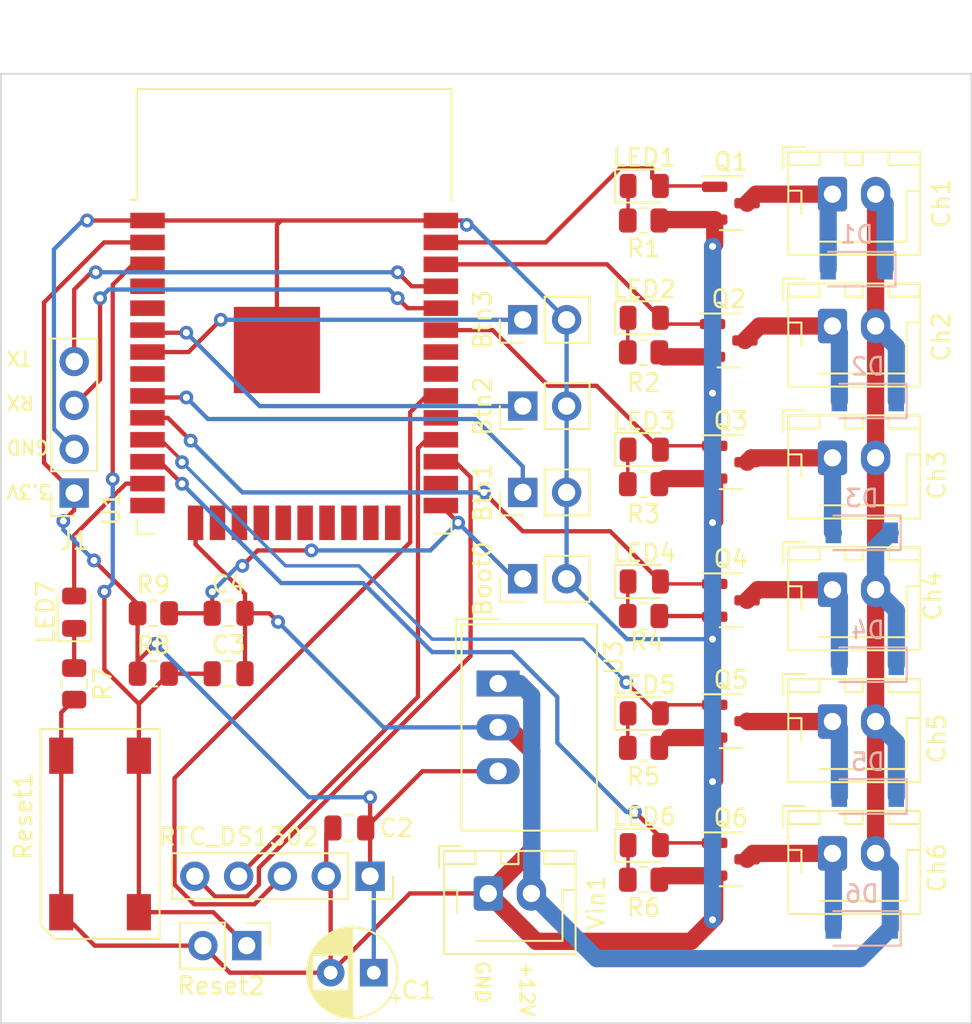
<source format=kicad_pcb>
(kicad_pcb (version 20221018) (generator pcbnew)
  (layers (0 "F.Cu" signal) (31 "B.Cu" signal) (34 "B.Paste" user) (35 "F.Paste" user) (36 "B.SilkS" user "B.Silkscreen") (37 "F.SilkS" user "F.Silkscreen") (38 "B.Mask" user) (39 "F.Mask" user) (44 "Edge.Cuts" user))
  (net 0 "")
  (net 1 "IO0")
  (net 2 "GND")
  (net 3 "Btn1")
  (net 4 "Btn2")
  (net 5 "Btn3")
  (net 6 "+3.3V")
  (net 7 "EN")
  (net 8 "Net-(Ch1-Pin_1)")
  (net 9 "+12V")
  (net 10 "Net-(Ch2-Pin_1)")
  (net 11 "Net-(Ch3-Pin_1)")
  (net 12 "Net-(Ch4-Pin_1)")
  (net 13 "Net-(Ch5-Pin_1)")
  (net 14 "Net-(Ch6-Pin_1)")
  (net 15 "O2")
  (net 16 "O3")
  (net 17 "O1")
  (net 18 "O4")
  (net 19 "LED")
  (net 20 "O5")
  (net 21 "O6")
  (net 22 "ESP_RX")
  (net 23 "ESP_TX")
  (net 24 "RTC_CLK")
  (net 25 "RTC_DAT")
  (net 26 "RTC_RST")
  (net 44 "Net-(LED1-K)")
  (net 45 "Net-(LED2-K)")
  (net 46 "Net-(LED3-K)")
  (net 47 "Net-(LED4-K)")
  (net 48 "Net-(LED5-K)")
  (net 49 "Net-(LED6-K)")
  (net 50 "Net-(LED7-K)")
  (footprint "Package_TO_SOT_SMD:SOT-23" (layer "F.Cu") (at 205.0625 69)
    (fp_text reference "Q5")
    (fp_text value "IRLML0030")
  )
  (footprint "LED_SMD:LED_0805_2012Metric" (layer "F.Cu") (at 200.04 68.545448)
    (fp_text reference "LED5")
    (fp_text value "LED")
  )
  (footprint "Connector_JST:JST_XH_B2B-XH-AM_1x02_P2.50mm_Vertical" (layer "F.Cu") (at 210.95 61.384086)
    (fp_text reference "Ch4")
    (fp_text value "Conn_01x02_Pin")
  )
  (footprint "Capacitor_THT:CP_Radial_D5.0mm_P2.50mm" (layer "F.Cu") (at 184.364 83.566 180)
    (fp_text reference "C1")
    (fp_text value "22u")
  )
  (footprint "LED_SMD:LED_0805_2012Metric" (layer "F.Cu") (at 200.04 53.272724)
    (fp_text reference "LED3")
    (fp_text value "LED")
  )
  (footprint "Resistor_SMD:R_0805_2012Metric" (layer "F.Cu") (at 200 47.636362)
    (fp_text reference "R2")
    (fp_text value "270")
  )
  (footprint "Connector_JST:JST_XH_B2B-XH-AM_1x02_P2.50mm_Vertical" (layer "F.Cu") (at 210.95 38.475)
    (fp_text reference "Ch1")
    (fp_text value "Conn_01x02_Pin")
  )
  (footprint "Package_TO_SOT_SMD:SOT-23" (layer "F.Cu") (at 204.9375 46.95)
    (fp_text reference "Q2")
    (fp_text value "IRLML0030")
  )
  (footprint "Package_TO_SOT_SMD:SOT-23" (layer "F.Cu") (at 205.0625 54)
    (fp_text reference "Q3")
    (fp_text value "IRLML0030")
  )
  (footprint "Connector_JST:JST_XH_B2B-XH-AM_1x02_P2.50mm_Vertical" (layer "F.Cu") (at 191 78.975)
    (fp_text reference "Vin1")
    (fp_text value "Vin")
  )
  (footprint "Resistor_SMD:R_0805_2012Metric" (layer "F.Cu") (at 171.5875 66.25)
    (fp_text reference "R8")
    (fp_text value "10k")
  )
  (footprint "Capacitor_SMD:C_0805_2012Metric" (layer "F.Cu") (at 182.946 75.184 180)
    (fp_text reference "C2")
    (fp_text value "100n")
  )
  (footprint "LED_SMD:LED_0805_2012Metric" (layer "F.Cu") (at 200.04 38)
    (fp_text reference "LED1")
    (fp_text value "LED")
  )
  (footprint "LED_SMD:LED_0805_2012Metric" (layer "F.Cu") (at 200.04 76.18181)
    (fp_text reference "LED6")
    (fp_text value "LED")
  )
  (footprint "LED_SMD:LED_0805_2012Metric" (layer "F.Cu") (at 200.04 60.909086)
    (fp_text reference "LED4")
    (fp_text value "LED")
  )
  (footprint "Connector_PinHeader_2.54mm:PinHeader_1x02_P2.54mm_Vertical" (layer "F.Cu") (at 177 82 -90)
    (fp_text reference "Reset2")
    (fp_text value "Reset")
  )
  (footprint "Connector_PinHeader_2.54mm:PinHeader_1x02_P2.54mm_Vertical" (layer "F.Cu") (at 193 45.75 90)
    (fp_text reference "Btn3")
    (fp_text value "Conn_01x02_Pin")
  )
  (footprint "Connector_JST:JST_XH_B2B-XH-AM_1x02_P2.50mm_Vertical" (layer "F.Cu") (at 210.95 76.65681)
    (fp_text reference "Ch6")
    (fp_text value "Conn_01x02_Pin" hide)
  )
  (footprint "RF_Module:ESP32-WROOM-32" (layer "F.Cu") (at 179.75 48.255)
    (fp_text reference "U1")
    (fp_text value "ESP32-WROOM-32")
  )
  (footprint "Resistor_SMD:R_0805_2012Metric" (layer "F.Cu") (at 200 55.272724)
    (fp_text reference "R3")
    (fp_text value "270")
  )
  (footprint "Package_TO_SOT_SMD:SOT-23" (layer "F.Cu") (at 205.0625 39)
    (fp_text reference "Q1")
    (fp_text value "IRLML0030")
  )
  (footprint "LED_SMD:LED_0805_2012Metric" (layer "F.Cu") (at 167 62.6875 90)
    (fp_text reference "LED7")
    (fp_text value "LED")
  )
  (footprint "Resistor_SMD:R_0805_2012Metric" (layer "F.Cu") (at 167 66.8375 -90)
    (fp_text reference "R7")
    (fp_text value "270")
  )
  (footprint "Connector_PinSocket_2.54mm:PinSocket_1x05_P2.54mm_Vertical" (layer "F.Cu") (at 184.15 77.978 -90)
    (fp_text reference "RTC_DS1302")
    (fp_text value "Conn_01x05" hide)
  )
  (footprint "Connector_PinHeader_2.54mm:PinHeader_1x02_P2.54mm_Vertical" (layer "F.Cu") (at 193 50.75 90)
    (fp_text reference "Btn2")
    (fp_text value "Conn_01x02_Pin")
  )
  (footprint "Capacitor_SMD:C_0805_2012Metric" (layer "F.Cu") (at 175.95 66.25)
    (fp_text reference "C3")
    (fp_text value "100n")
  )
  (footprint "Connector_PinHeader_2.54mm:PinHeader_1x02_P2.54mm_Vertical" (layer "F.Cu") (at 193 55.75 90)
    (fp_text reference "Btn1")
    (fp_text value "Conn_01x02_Pin")
  )
  (footprint "Capacitor_SMD:C_0805_2012Metric" (layer "F.Cu") (at 175.95 62.75)
    (fp_text reference "C4")
    (fp_text value "100n")
  )
  (footprint "Connector_PinSocket_2.54mm:PinSocket_1x04_P2.54mm_Vertical" (layer "F.Cu") (at 167 55.79 180)
    (fp_text reference "J1")
    (fp_text value "UART")
  )
  (footprint "Resistor_SMD:R_0805_2012Metric" (layer "F.Cu") (at 171.5875 62.75)
    (fp_text reference "R9")
    (fp_text value "10k")
  )
  (footprint "Package_TO_SOT_SMD:SOT-23" (layer "F.Cu") (at 205.0625 62)
    (fp_text reference "Q4")
    (fp_text value "IRLML0030")
  )
  (footprint "Connector_JST:JST_XH_B2B-XH-AM_1x02_P2.50mm_Vertical" (layer "F.Cu") (at 210.95 69.020448)
    (fp_text reference "Ch5")
    (fp_text value "Conn_01x02_Pin" hide)
  )
  (footprint "Package_TO_SOT_SMD:SOT-23" (layer "F.Cu") (at 205.0625 77)
    (fp_text reference "Q6")
    (fp_text value "IRLML0030")
  )
  (footprint "footprints:Reichelt 9315" (layer "F.Cu") (at 168.5 74.5)
    (fp_text reference "Reset1")
    (fp_text value "Reset")
  )
  (footprint "Connector_JST:JST_XH_B2B-XH-AM_1x02_P2.50mm_Vertical" (layer "F.Cu") (at 210.95 53.747724)
    (fp_text reference "Ch3")
    (fp_text value "Conn_01x02_Pin")
  )
  (footprint "Resistor_SMD:R_0805_2012Metric" (layer "F.Cu") (at 200 40)
    (fp_text reference "R1")
    (fp_text value "270")
  )
  (footprint "Connector_PinHeader_2.54mm:PinHeader_1x02_P2.54mm_Vertical" (layer "F.Cu") (at 193 60.75 90)
    (fp_text reference "Boot0")
    (fp_text value "IO0")
  )
  (footprint "LED_SMD:LED_0805_2012Metric" (layer "F.Cu") (at 200.04 45.636362)
    (fp_text reference "LED2")
    (fp_text value "LED")
  )
  (footprint "Converter_DCDC:Converter_DCDC_TRACO_TSR-1_THT" (layer "F.Cu") (at 191.5675 66.8175 -90)
    (fp_text reference "U3")
    (fp_text value "TSR_1-2433")
  )
  (footprint "Connector_JST:JST_XH_B2B-XH-AM_1x02_P2.50mm_Vertical" (layer "F.Cu") (at 210.95 46.111362)
    (fp_text reference "Ch2")
    (fp_text value "Conn_01x02_Pin")
  )
  (footprint "Resistor_SMD:R_0805_2012Metric" (layer "F.Cu") (at 200 78.18181)
    (fp_text reference "R6")
    (fp_text value "270")
  )
  (footprint "Resistor_SMD:R_0805_2012Metric" (layer "F.Cu") (at 200 62.909086)
    (fp_text reference "R4")
    (fp_text value "270")
  )
  (footprint "Resistor_SMD:R_0805_2012Metric" (layer "F.Cu") (at 200 70.545448)
    (fp_text reference "R5")
    (fp_text value "270")
  )
  (footprint "Diode_SMD:D_SOD-123" (layer "B.Cu") (at 213 50.454543 180)
    (fp_text reference "D2")
    (fp_text value "D")
  )
  (footprint "Diode_SMD:D_SOD-123" (layer "B.Cu") (at 212.65 58.090905 180)
    (fp_text reference "D3")
    (fp_text value "D")
  )
  (footprint "Diode_SMD:D_SOD-123" (layer "B.Cu") (at 213 65.727267 180)
    (fp_text reference "D4")
    (fp_text value "D")
  )
  (footprint "Diode_SMD:D_SOD-123" (layer "B.Cu") (at 213 73.363629 180)
    (fp_text reference "D5")
    (fp_text value "D")
  )
  (footprint "Diode_SMD:D_SOD-123" (layer "B.Cu") (at 212.35 42.818181 180)
    (fp_text reference "D1")
    (fp_text value "D")
  )
  (footprint "Diode_SMD:D_SOD-123" (layer "B.Cu") (at 212.65 80.999991 180)
    (fp_text reference "D6")
    (fp_text value "D")
  )
  (gr_rect (start 162.75 31.5) (end 219 86.5) (stroke (width 0.1)) (fill none) (layer "Edge.Cuts"))
  (gr_text "+12V\n\nGND" (at 190.2 82.8 -90) (layer "F.SilkS") (effects (font (size 0.8 0.8)) (justify left bottom)))
  (gr_text "3.3V\n\nGND\n\nRX\n\nTX" (at 163 47.5 180) (layer "F.SilkS") (effects (font (size 0.8 0.8)) (justify right bottom)))
  (segment (start 175 61.5) (end 175 62.75) (width 0.25) (layer "F.Cu") (net 1))
  (segment (start 188.26 56.51) (end 189.25 57.5) (width 0.25) (layer "F.Cu") (net 1))
  (segment (start 177.640498 59.109502) (end 176.75 60) (width 0.25) (layer "F.Cu") (net 1))
  (segment (start 180.75 59.109502) (end 177.640498 59.109502) (width 0.25) (layer "F.Cu") (net 1))
  (segment (start 175 62.75) (end 172.5 62.75) (width 0.25) (layer "F.Cu") (net 1))
  (segment (start 188.25 56.51) (end 188.26 56.51) (width 0.25) (layer "F.Cu") (net 1))
  (via (at 175 61.5) (size 0.8) (drill 0.4) (layers "F.Cu" "B.Cu") (net 1))
  (via (at 176.75 60) (size 0.8) (drill 0.4) (layers "F.Cu" "B.Cu") (net 1))
  (via (at 180.75 59.109502) (size 0.8) (drill 0.4) (layers "F.Cu" "B.Cu") (net 1))
  (via (at 189.25 57.5) (size 0.8) (drill 0.4) (layers "F.Cu" "B.Cu") (net 1))
  (segment (start 192.5 60.75) (end 193 60.75) (width 0.25) (layer "B.Cu") (net 1))
  (segment (start 176.5 60) (end 175 61.5) (width 0.25) (layer "B.Cu") (net 1))
  (segment (start 176.75 60) (end 176.5 60) (width 0.25) (layer "B.Cu") (net 1))
  (segment (start 189.25 57.5) (end 187.640498 59.109502) (width 0.25) (layer "B.Cu") (net 1))
  (segment (start 189.25 57.5) (end 192.5 60.75) (width 0.25) (layer "B.Cu") (net 1))
  (segment (start 187.640498 59.109502) (end 180.75 59.109502) (width 0.25) (layer "B.Cu") (net 1))
  (segment (start 204.125 72.375) (end 204 72.5) (width 1) (layer "F.Cu") (net 2))
  (segment (start 167.75 40) (end 171.25 40) (width 0.25) (layer "F.Cu") (net 2))
  (segment (start 191 78.975) (end 193.5175 76.4575) (width 1) (layer "F.Cu") (net 2))
  (segment (start 181.61 75.57) (end 181.996 75.184) (width 0.25) (layer "F.Cu") (net 2))
  (segment (start 176.9 62.75) (end 176.9 66.25) (width 0.25) (layer "F.Cu") (net 2))
  (segment (start 204 47.9) (end 204 50) (width 1) (layer "F.Cu") (net 2))
  (segment (start 201.176138 47.9) (end 200.9125 47.636362) (width 1) (layer "F.Cu") (net 2))
  (segment (start 171.25 40) (end 179 40) (width 0.25) (layer "F.Cu") (net 2))
  (segment (start 204 80.5) (end 202.75 81.75) (width 1) (layer "F.Cu") (net 2))
  (segment (start 167 67.75) (end 166.25 68.5) (width 0.25) (layer "F.Cu") (net 2))
  (segment (start 181.864 83.566) (end 186.455 78.975) (width 0.25) (layer "F.Cu") (net 2))
  (segment (start 204.125 77.95) (end 201.14431 77.95) (width 1) (layer "F.Cu") (net 2))
  (segment (start 202.75 81.75) (end 193.775 81.75) (width 1) (layer "F.Cu") (net 2))
  (segment (start 193.5175 70.7175) (end 192.1575 69.3575) (width 1) (layer "F.Cu") (net 2))
  (segment (start 201.235224 54.95) (end 200.9125 55.272724) (width 1) (layer "F.Cu") (net 2))
  (segment (start 204.125 39.95) (end 200.9625 39.95) (width 1) (layer "F.Cu") (net 2))
  (segment (start 201.14431 77.95) (end 200.9125 78.18181) (width 1) (layer "F.Cu") (net 2))
  (segment (start 166.25 68.5) (end 166.25 71) (width 0.25) (layer "F.Cu") (net 2))
  (segment (start 189.5 40) (end 189.75 40.25) (width 0.25) (layer "F.Cu") (net 2))
  (segment (start 204.125 39.95) (end 204.125 41.375) (width 1) (layer "F.Cu") (net 2))
  (segment (start 201.507948 69.95) (end 200.9125 70.545448) (width 0.2) (layer "F.Cu") (net 2))
  (segment (start 179 40) (end 188.25 40) (width 0.25) (layer "F.Cu") (net 2))
  (segment (start 186.455 78.975) (end 191 78.975) (width 0.25) (layer "F.Cu") (net 2))
  (segment (start 166.25 80.062) (end 166.25 71) (width 0.25) (layer "F.Cu") (net 2))
  (segment (start 179 40) (end 178.75 40.25) (width 0.25) (layer "F.Cu") (net 2))
  (segment (start 176.026 83.566) (end 181.864 83.566) (width 0.25) (layer "F.Cu") (net 2))
  (segment (start 174.46 82) (end 168.188 82) (width 0.25) (layer "F.Cu") (net 2))
  (segment (start 174.035 57.51) (end 174.035 58.76) (width 0.25) (layer "F.Cu") (net 2))
  (segment (start 204.125 54.95) (end 204.125 57.375) (width 1) (layer "F.Cu") (net 2))
  (segment (start 204 47.9) (end 201.176138 47.9) (width 1) (layer "F.Cu") (net 2))
  (segment (start 204.125 54.95) (end 201.235224 54.95) (width 1) (layer "F.Cu") (net 2))
  (segment (start 176.9 62.75) (end 178.32 62.75) (width 0.25) (layer "F.Cu") (net 2))
  (segment (start 174.46 82) (end 176.026 83.566) (width 0.25) (layer "F.Cu") (net 2))
  (segment (start 204.125 62.95) (end 204.125 64.125) (width 0.25) (layer "F.Cu") (net 2))
  (segment (start 193.5175 76.4575) (end 193.5175 70.7175) (width 1) (layer "F.Cu") (net 2))
  (segment (start 204.125 69.95) (end 204.125 72.375) (width 1) (layer "F.Cu") (net 2))
  (segment (start 176.9 61.625) (end 176.9 62.75) (width 0.25) (layer "F.Cu") (net 2))
  (segment (start 168.188 82) (end 166.25 80.062) (width 0.25) (layer "F.Cu") (net 2))
  (segment (start 174.035 58.76) (end 176.9 61.625) (width 0.25) (layer "F.Cu") (net 2))
  (segment (start 178.32 62.75) (end 178.816 63.246) (width 0.25) (layer "F.Cu") (net 2))
  (segment (start 181.864 78.232) (end 181.61 77.978) (width 0.25) (layer "F.Cu") (net 2))
  (segment (start 204.125 80.375) (end 204 80.5) (width 1) (layer "F.Cu") (net 2))
  (segment (start 204.125 57.375) (end 204 57.5) (width 1) (layer "F.Cu") (net 2))
  (segment (start 192.1575 69.3575) (end 191.5675 69.3575) (width 1) (layer "F.Cu") (net 2))
  (segment (start 181.864 83.566) (end 181.864 78.232) (width 0.25) (layer "F.Cu") (net 2))
  (segment (start 204.084086 62.909086) (end 204.125 62.95) (width 0.25) (layer "F.Cu") (net 2))
  (segment (start 188.25 40) (end 189.5 40) (width 0.25) (layer "F.Cu") (net 2))
  (segment (start 204.125 77.95) (end 204.125 80.375) (width 1) (layer "F.Cu") (net 2))
  (segment (start 178.75 40.25) (end 178.75 47.5) (width 0.25) (layer "F.Cu") (net 2))
  (segment (start 204.125 64.125) (end 204 64.25) (width 0.25) (layer "F.Cu") (net 2))
  (segment (start 193.775 81.75) (end 191 78.975) (width 1) (layer "F.Cu") (net 2))
  (segment (start 200.9625 39.95) (end 200.9125 40) (width 0.2) (layer "F.Cu") (net 2))
  (segment (start 204.125 41.375) (end 204 41.5) (width 1) (layer "F.Cu") (net 2))
  (segment (start 200.9125 62.909086) (end 204.084086 62.909086) (width 0.25) (layer "F.Cu") (net 2))
  (segment (start 204.125 69.95) (end 201.507948 69.95) (width 1) (layer "F.Cu") (net 2))
  (segment (start 181.61 77.978) (end 181.61 75.57) (width 0.25) (layer "F.Cu") (net 2))
  (via (at 204 41.5) (size 0.8) (drill 0.4) (layers "F.Cu" "B.Cu") (net 2))
  (via (at 167.75 40) (size 0.8) (drill 0.4) (layers "F.Cu" "B.Cu") (net 2))
  (via (at 178.816 63.246) (size 0.8) (drill 0.4) (layers "F.Cu" "B.Cu") (net 2))
  (via (at 204 80.5) (size 0.8) (drill 0.4) (layers "F.Cu" "B.Cu") (net 2))
  (via (at 204 57.5) (size 0.8) (drill 0.4) (layers "F.Cu" "B.Cu") (net 2))
  (via (at 189.75 40.25) (size 0.8) (drill 0.4) (layers "F.Cu" "B.Cu") (net 2))
  (via (at 204 64.25) (size 0.8) (drill 0.4) (layers "F.Cu" "B.Cu") (net 2))
  (via (at 204 50) (size 0.8) (drill 0.4) (layers "F.Cu" "B.Cu") (net 2))
  (via (at 204 72.5) (size 0.8) (drill 0.4) (layers "F.Cu" "B.Cu") (net 2))
  (segment (start 167.5 40) (end 167.75 40) (width 0.25) (layer "B.Cu") (net 2))
  (segment (start 189.75 40.25) (end 190.04 40.25) (width 0.25) (layer "B.Cu") (net 2))
  (segment (start 165.825 41.675) (end 167 40.5) (width 0.25) (layer "B.Cu") (net 2))
  (segment (start 204 72.5) (end 204 80.5) (width 1) (layer "B.Cu") (net 2))
  (segment (start 184.9275 69.3575) (end 191.5675 69.3575) (width 0.25) (layer "B.Cu") (net 2))
  (segment (start 195.54 45.75) (end 195.54 60.75) (width 0.25) (layer "B.Cu") (net 2))
  (segment (start 204 57.5) (end 204 64.25) (width 1) (layer "B.Cu") (net 2))
  (segment (start 190.04 40.25) (end 195.54 45.75) (width 0.25) (layer "B.Cu") (net 2))
  (segment (start 167 53.25) (end 165.825 52.075) (width 0.25) (layer "B.Cu") (net 2))
  (segment (start 178.816 63.246) (end 184.9275 69.3575) (width 0.25) (layer "B.Cu") (net 2))
  (segment (start 204 64.25) (end 204 72.5) (width 1) (layer "B.Cu") (net 2))
  (segment (start 199.04 64.25) (end 204 64.25) (width 0.25) (layer "B.Cu") (net 2))
  (segment (start 195.54 60.75) (end 199.04 64.25) (width 0.25) (layer "B.Cu") (net 2))
  (segment (start 204 50) (end 204 57.5) (width 1) (layer "B.Cu") (net 2))
  (segment (start 165.825 52.075) (end 165.825 41.675) (width 0.25) (layer "B.Cu") (net 2))
  (segment (start 167 40.5) (end 167.5 40) (width 0.25) (layer "B.Cu") (net 2))
  (segment (start 204 41.5) (end 204 50) (width 1) (layer "B.Cu") (net 2))
  (segment (start 173.5 50.25) (end 171.34 50.25) (width 0.25) (layer "F.Cu") (net 3))
  (segment (start 171.34 50.25) (end 171.25 50.16) (width 0.25) (layer "F.Cu") (net 3))
  (via (at 173.5 50.25) (size 0.8) (drill 0.4) (layers "F.Cu" "B.Cu") (net 3))
  (segment (start 174.75 51.5) (end 173.5 50.25) (width 0.25) (layer "B.Cu") (net 3))
  (segment (start 193 54.25) (end 190.25 51.5) (width 0.25) (layer "B.Cu") (net 3))
  (segment (start 190.25 51.5) (end 174.75 51.5) (width 0.25) (layer "B.Cu") (net 3))
  (segment (start 193 55.75) (end 193 54.25) (width 0.25) (layer "B.Cu") (net 3))
  (segment (start 171.4 46.5) (end 171.25 46.35) (width 0.25) (layer "F.Cu") (net 4))
  (segment (start 173.5 46.5) (end 171.4 46.5) (width 0.25) (layer "F.Cu") (net 4))
  (via (at 173.5 46.5) (size 0.8) (drill 0.4) (layers "F.Cu" "B.Cu") (net 4))
  (segment (start 193 50.75) (end 177.75 50.75) (width 0.25) (layer "B.Cu") (net 4))
  (segment (start 177.75 50.75) (end 173.5 46.5) (width 0.25) (layer "B.Cu") (net 4))
  (segment (start 173.63 47.62) (end 171.25 47.62) (width 0.25) (layer "F.Cu") (net 5))
  (segment (start 175.5 45.75) (end 173.63 47.62) (width 0.25) (layer "F.Cu") (net 5))
  (via (at 175.5 45.75) (size 0.8) (drill 0.4) (layers "F.Cu" "B.Cu") (net 5))
  (segment (start 193 45.75) (end 175.5 45.75) (width 0.25) (layer "B.Cu") (net 5))
  (segment (start 165.25 54.04) (end 165.25 44.75) (width 0.25) (layer "F.Cu") (net 6))
  (segment (start 184.15 77.978) (end 184.15 75.438) (width 0.25) (layer "F.Cu") (net 6))
  (segment (start 187.1825 71.8975) (end 183.896 75.184) (width 0.25) (layer "F.Cu") (net 6))
  (segment (start 167 55.79) (end 167 56.774) (width 0.25) (layer "F.Cu") (net 6))
  (segment (start 184.15 74.93) (end 183.896 75.184) (width 0.25) (layer "F.Cu") (net 6))
  (segment (start 184.15 75.438) (end 183.896 75.184) (width 0.25) (layer "F.Cu") (net 6))
  (segment (start 191.5675 71.8975) (end 187.1825 71.8975) (width 0.25) (layer "F.Cu") (net 6))
  (segment (start 167 55.79) (end 165.25 54.04) (width 0.25) (layer "F.Cu") (net 6))
  (segment (start 168.148 59.69) (end 170.675 62.217) (width 0.25) (layer "F.Cu") (net 6))
  (segment (start 184.15 73.406) (end 184.15 74.93) (width 0.25) (layer "F.Cu") (net 6))
  (segment (start 170.675 66.25) (end 170.675 62.75) (width 0.25) (layer "F.Cu") (net 6))
  (segment (start 170.675 62.217) (end 170.675 62.75) (width 0.25) (layer "F.Cu") (net 6))
  (segment (start 167 56.774) (end 166.37 57.404) (width 0.25) (layer "F.Cu") (net 6))
  (segment (start 170.675 65.545) (end 171.704 64.516) (width 0.25) (layer "F.Cu") (net 6))
  (segment (start 165.25 44.75) (end 168.73 41.27) (width 0.25) (layer "F.Cu") (net 6))
  (segment (start 168.73 41.27) (end 171.25 41.27) (width 0.25) (layer "F.Cu") (net 6))
  (segment (start 170.675 66.25) (end 170.675 65.545) (width 0.25) (layer "F.Cu") (net 6))
  (via (at 171.704 64.516) (size 0.8) (drill 0.4) (layers "F.Cu" "B.Cu") (net 6))
  (via (at 166.37 57.404) (size 0.8) (drill 0.4) (layers "F.Cu" "B.Cu") (net 6))
  (via (at 168.148 59.69) (size 0.8) (drill 0.4) (layers "F.Cu" "B.Cu") (net 6))
  (via (at 184.15 73.406) (size 0.8) (drill 0.4) (layers "F.Cu" "B.Cu") (net 6))
  (segment (start 171.704 64.516) (end 180.594 73.406) (width 0.25) (layer "B.Cu") (net 6))
  (segment (start 166.37 57.912) (end 168.148 59.69) (width 0.25) (layer "B.Cu") (net 6))
  (segment (start 180.594 73.406) (end 184.15 73.406) (width 0.25) (layer "B.Cu") (net 6))
  (segment (start 166.37 57.404) (end 166.37 57.912) (width 0.25) (layer "B.Cu") (net 6))
  (segment (start 184.364 83.566) (end 184.364 78.192) (width 0.25) (layer "B.Cu") (net 6))
  (segment (start 184.364 78.192) (end 184.15 77.978) (width 0.25) (layer "B.Cu") (net 6))
  (segment (start 168.75 61.5) (end 168.75 66) (width 0.25) (layer "F.Cu") (net 7))
  (segment (start 175.062 80.062) (end 170.75 80.062) (width 0.25) (layer "F.Cu") (net 7))
  (segment (start 170.75 71) (end 170.75 80.062) (width 0.25) (layer "F.Cu") (net 7))
  (segment (start 175 66.25) (end 172.5 66.25) (width 0.25) (layer "F.Cu") (net 7))
  (segment (start 169.232701 43.727299) (end 169.232701 54.982701) (width 0.25) (layer "F.Cu") (net 7))
  (segment (start 170.75 71) (end 170.75 68) (width 0.25) (layer "F.Cu") (net 7))
  (segment (start 168.75 66) (end 170.75 68) (width 0.25) (layer "F.Cu") (net 7))
  (segment (start 170.42 42.54) (end 169.232701 43.727299) (width 0.25) (layer "F.Cu") (net 7))
  (segment (start 177 82) (end 175.062 80.062) (width 0.25) (layer "F.Cu") (net 7))
  (segment (start 171.25 42.54) (end 170.42 42.54) (width 0.25) (layer "F.Cu") (net 7))
  (segment (start 170.75 68) (end 172.5 66.25) (width 0.25) (layer "F.Cu") (net 7))
  (via (at 169.232701 54.982701) (size 0.8) (drill 0.4) (layers "F.Cu" "B.Cu") (net 7))
  (via (at 168.75 61.5) (size 0.8) (drill 0.4) (layers "F.Cu" "B.Cu") (net 7))
  (segment (start 169.232701 54.982701) (end 169.232701 61.017299) (width 0.25) (layer "B.Cu") (net 7))
  (segment (start 169.232701 61.017299) (end 168.75 61.5) (width 0.25) (layer "B.Cu") (net 7))
  (segment (start 210.95 38.475) (end 206.525 38.475) (width 1) (layer "F.Cu") (net 8))
  (segment (start 206.525 38.475) (end 206 39) (width 1) (layer "F.Cu") (net 8))
  (segment (start 210.7 38.725) (end 210.95 38.475) (width 1) (layer "B.Cu") (net 8))
  (segment (start 210.7 42.818181) (end 210.7 38.725) (width 1) (layer "B.Cu") (net 8))
  (segment (start 213.45 38.475) (end 213.45 76.65681) (width 1) (layer "F.Cu") (net 9))
  (segment (start 214 39.025) (end 213.45 38.475) (width 1) (layer "B.Cu") (net 9))
  (segment (start 192.8175 66.8175) (end 191.5675 66.8175) (width 1) (layer "B.Cu") (net 9))
  (segment (start 214.65 65.727267) (end 214.65 62.584086) (width 1) (layer "B.Cu") (net 9))
  (segment (start 193.5175 78.9575) (end 193.5175 67.5175) (width 1) (layer "B.Cu") (net 9))
  (segment (start 212.549991 82.75) (end 197.275 82.75) (width 1) (layer "B.Cu") (net 9))
  (segment (start 214.3 80.999991) (end 212.549991 82.75) (width 1) (layer "B.Cu") (net 9))
  (segment (start 214 42.818181) (end 214 39.025) (width 1) (layer "B.Cu") (net 9))
  (segment (start 193.5175 67.5175) (end 192.8175 66.8175) (width 1) (layer "B.Cu") (net 9))
  (segment (start 193.5 78.975) (end 193.5175 78.9575) (width 1) (layer "B.Cu") (net 9))
  (segment (start 197.275 82.75) (end 193.5 78.975) (width 1) (layer "B.Cu") (net 9))
  (segment (start 214.3 77.50681) (end 213.45 76.65681) (width 1) (layer "B.Cu") (net 9))
  (segment (start 214.65 70.220448) (end 213.45 69.020448) (width 1) (layer "B.Cu") (net 9))
  (segment (start 213.45 58.940905) (end 214.3 58.090905) (width 1) (layer "B.Cu") (net 9))
  (segment (start 214.3 80.999991) (end 214.3 77.50681) (width 1) (layer "B.Cu") (net 9))
  (segment (start 213.45 61.384086) (end 213.45 58.940905) (width 1) (layer "B.Cu") (net 9))
  (segment (start 214.65 62.584086) (end 213.45 61.384086) (width 1) (layer "B.Cu") (net 9))
  (segment (start 214.65 73.363629) (end 214.65 70.220448) (width 1) (layer "B.Cu") (net 9))
  (segment (start 214.65 47.311362) (end 213.45 46.111362) (width 1) (layer "B.Cu") (net 9))
  (segment (start 214.65 50.454543) (end 214.65 47.311362) (width 1) (layer "B.Cu") (net 9))
  (segment (start 206.713638 46.111362) (end 205.875 46.95) (width 1) (layer "F.Cu") (net 10))
  (segment (start 210.95 46.111362) (end 206.713638 46.111362) (width 1) (layer "F.Cu") (net 10))
  (segment (start 211.35 50.454543) (end 211.35 46.511362) (width 1) (layer "B.Cu") (net 10))
  (segment (start 211.35 46.511362) (end 210.95 46.111362) (width 1) (layer "B.Cu") (net 10))
  (segment (start 206.252276 53.747724) (end 206 54) (width 1) (layer "F.Cu") (net 11))
  (segment (start 210.95 53.747724) (end 210.95 53.95) (width 1) (layer "F.Cu") (net 11))
  (segment (start 210.95 53.747724) (end 206.252276 53.747724) (width 1) (layer "F.Cu") (net 11))
  (segment (start 210.95 58.040905) (end 211 58.090905) (width 1) (layer "B.Cu") (net 11))
  (segment (start 210.95 53.747724) (end 210.95 58.040905) (width 1) (layer "B.Cu") (net 11))
  (segment (start 206.615914 61.384086) (end 206 62) (width 1) (layer "F.Cu") (net 12))
  (segment (start 210.95 61.384086) (end 206.615914 61.384086) (width 1) (layer "F.Cu") (net 12))
  (segment (start 211.35 65.727267) (end 211.35 61.784086) (width 1) (layer "B.Cu") (net 12))
  (segment (start 211.35 61.784086) (end 210.95 61.384086) (width 1) (layer "B.Cu") (net 12))
  (segment (start 206.020448 69.020448) (end 206 69) (width 1) (layer "F.Cu") (net 13))
  (segment (start 210.95 69.020448) (end 206.020448 69.020448) (width 1) (layer "F.Cu") (net 13))
  (segment (start 211.35 69.420448) (end 210.95 69.020448) (width 1) (layer "B.Cu") (net 13))
  (segment (start 211.35 73.363629) (end 211.35 69.420448) (width 1) (layer "B.Cu") (net 13))
  (segment (start 210.95 76.65681) (end 206.34319 76.65681) (width 1) (layer "F.Cu") (net 14))
  (segment (start 206.34319 76.65681) (end 206 77) (width 1) (layer "F.Cu") (net 14))
  (segment (start 211 76.70681) (end 210.95 76.65681) (width 1) (layer "B.Cu") (net 14))
  (segment (start 211 80.999991) (end 211 76.70681) (width 1) (layer "B.Cu") (net 14))
  (segment (start 197.881138 42.54) (end 200.9775 45.636362) (width 0.25) (layer "F.Cu") (net 15))
  (segment (start 204 46) (end 201.341138 46) (width 0.2) (layer "F.Cu") (net 15))
  (segment (start 201.341138 46) (end 200.9775 45.636362) (width 0.2) (layer "F.Cu") (net 15))
  (segment (start 188.25 42.54) (end 197.881138 42.54) (width 0.25) (layer "F.Cu") (net 15))
  (segment (start 188.25 46.35) (end 191.25 46.35) (width 0.25) (layer "F.Cu") (net 16))
  (segment (start 194.475 49.575) (end 197.279776 49.575) (width 0.25) (layer "F.Cu") (net 16))
  (segment (start 197.279776 49.575) (end 200.9775 53.272724) (width 0.25) (layer "F.Cu") (net 16))
  (segment (start 201.200224 53.05) (end 200.9775 53.272724) (width 0.2) (layer "F.Cu") (net 16))
  (segment (start 204.125 53.05) (end 201.200224 53.05) (width 0.2) (layer "F.Cu") (net 16))
  (segment (start 191.25 46.35) (end 194.475 49.575) (width 0.25) (layer "F.Cu") (net 16))
  (segment (start 200.5 37.5225) (end 200.9775 38) (width 0.25) (layer "F.Cu") (net 17))
  (segment (start 200.5 37) (end 200.5 37.5225) (width 0.25) (layer "F.Cu") (net 17))
  (segment (start 200.475 36.975) (end 200.5 37) (width 0.25) (layer "F.Cu") (net 17))
  (segment (start 204.125 38.05) (end 204.075 38) (width 0.2) (layer "F.Cu") (net 17))
  (segment (start 204.075 38) (end 200.9775 38) (width 0.2) (layer "F.Cu") (net 17))
  (segment (start 194.328166 41.27) (end 198.623166 36.975) (width 0.25) (layer "F.Cu") (net 17))
  (segment (start 188.25 41.27) (end 194.328166 41.27) (width 0.25) (layer "F.Cu") (net 17))
  (segment (start 198.623166 36.975) (end 200.475 36.975) (width 0.25) (layer "F.Cu") (net 17))
  (segment (start 193 58) (end 198.068414 58) (width 0.25) (layer "F.Cu") (net 18))
  (segment (start 171.25 51.43) (end 172.43 51.43) (width 0.25) (layer "F.Cu") (net 18))
  (segment (start 190.75 55.75) (end 193 58) (width 0.25) (layer "F.Cu") (net 18))
  (segment (start 201.118414 61.05) (end 200.9775 60.909086) (width 0.2) (layer "F.Cu") (net 18))
  (segment (start 198.068414 58) (end 200.9775 60.909086) (width 0.25) (layer "F.Cu") (net 18))
  (segment (start 204.125 61.05) (end 201.118414 61.05) (width 0.2) (layer "F.Cu") (net 18))
  (segment (start 172.43 51.43) (end 173.75 52.75) (width 0.25) (layer "F.Cu") (net 18))
  (via (at 190.75 55.75) (size 0.8) (drill 0.4) (layers "F.Cu" "B.Cu") (net 18))
  (via (at 173.75 52.75) (size 0.8) (drill 0.4) (layers "F.Cu" "B.Cu") (net 18))
  (segment (start 173.75 52.75) (end 176.75 55.75) (width 0.25) (layer "B.Cu") (net 18))
  (segment (start 176.75 55.75) (end 190.75 55.75) (width 0.25) (layer "B.Cu") (net 18))
  (segment (start 167 58.24) (end 167 61.75) (width 0.25) (layer "F.Cu") (net 19))
  (segment (start 170 55.24) (end 167 58.24) (width 0.25) (layer "F.Cu") (net 19))
  (segment (start 171.25 55.24) (end 170 55.24) (width 0.25) (layer "F.Cu") (net 19))
  (segment (start 200.9775 68.545448) (end 200.795448 68.545448) (width 0.2) (layer "F.Cu") (net 20))
  (segment (start 172.03 52.7) (end 171.25 52.7) (width 0.2) (layer "F.Cu") (net 20))
  (segment (start 201.472948 68.05) (end 200.9775 68.545448) (width 0.2) (layer "F.Cu") (net 20))
  (segment (start 204.125 68.05) (end 201.472948 68.05) (width 0.2) (layer "F.Cu") (net 20))
  (segment (start 173.25 54) (end 173.25 53.92) (width 0.2) (layer "F.Cu") (net 20))
  (segment (start 200.795448 68.545448) (end 199 66.75) (width 0.2) (layer "F.Cu") (net 20))
  (segment (start 173.25 53.92) (end 172.03 52.7) (width 0.2) (layer "F.Cu") (net 20))
  (via (at 199 66.75) (size 0.8) (drill 0.4) (layers "F.Cu" "B.Cu") (net 20))
  (via (at 173.25 54) (size 0.8) (drill 0.4) (layers "F.Cu" "B.Cu") (net 20))
  (segment (start 188.75 64.25) (end 187.75 64.25) (width 0.2) (layer "B.Cu") (net 20))
  (segment (start 199 66.75) (end 196.5 64.25) (width 0.2) (layer "B.Cu") (net 20))
  (segment (start 187.75 64.25) (end 183.75 60.25) (width 0.2) (layer "B.Cu") (net 20))
  (segment (start 196.5 64.25) (end 188.75 64.25) (width 0.2) (layer "B.Cu") (net 20))
  (segment (start 179.25 60) (end 173.25 54) (width 0.2) (layer "B.Cu") (net 20))
  (segment (start 183.75 60.25) (end 183.5 60) (width 0.2) (layer "B.Cu") (net 20))
  (segment (start 183.5 60) (end 179.25 60) (width 0.2) (layer "B.Cu") (net 20))
  (segment (start 201.10931 76.05) (end 200.9775 76.18181) (width 0.2) (layer "F.Cu") (net 21))
  (segment (start 199.5 74.25) (end 200.9775 75.7275) (width 0.25) (layer "F.Cu") (net 21))
  (segment (start 204.125 76.05) (end 201.10931 76.05) (width 0.2) (layer "F.Cu") (net 21))
  (segment (start 200.9775 75.7275) (end 200.9775 76.18181) (width 0.25) (layer "F.Cu") (net 21))
  (segment (start 171.97 53.97) (end 173.25 55.25) (width 0.25) (layer "F.Cu") (net 21))
  (segment (start 171.25 53.97) (end 171.97 53.97) (width 0.25) (layer "F.Cu") (net 21))
  (via (at 199.5 74.25) (size 0.8) (drill 0.4) (layers "F.Cu" "B.Cu") (net 21))
  (via (at 173.25 55.25) (size 0.8) (drill 0.4) (layers "F.Cu" "B.Cu") (net 21))
  (segment (start 195 69.5) (end 195 70.25) (width 0.25) (layer "B.Cu") (net 21))
  (segment (start 192.4 65) (end 195 67.6) (width 0.25) (layer "B.Cu") (net 21))
  (segment (start 199 74.25) (end 199.5 74.25) (width 0.25) (layer "B.Cu") (net 21))
  (segment (start 195 67.6) (end 195 69.5) (width 0.25) (layer "B.Cu") (net 21))
  (segment (start 195 70.25) (end 199 74.25) (width 0.25) (layer "B.Cu") (net 21))
  (segment (start 173.25 55.25) (end 179 61) (width 0.25) (layer "B.Cu") (net 21))
  (segment (start 183.75 61) (end 187.75 65) (width 0.25) (layer "B.Cu") (net 21))
  (segment (start 179.75 61) (end 183.75 61) (width 0.25) (layer "B.Cu") (net 21))
  (segment (start 187.75 65) (end 192.4 65) (width 0.25) (layer "B.Cu") (net 21))
  (segment (start 179 61) (end 179.75 61) (width 0.25) (layer "B.Cu") (net 21))
  (segment (start 186.33 45.08) (end 188.25 45.08) (width 0.25) (layer "F.Cu") (net 22))
  (segment (start 167 50.71) (end 168.5 49.21) (width 0.25) (layer "F.Cu") (net 22))
  (segment (start 168.5 49.21) (end 168.5 44.5) (width 0.25) (layer "F.Cu") (net 22))
  (segment (start 185.75 44.5) (end 186.33 45.08) (width 0.25) (layer "F.Cu") (net 22))
  (via (at 168.5 44.5) (size 0.8) (drill 0.4) (layers "F.Cu" "B.Cu") (net 22))
  (via (at 185.75 44.5) (size 0.8) (drill 0.4) (layers "F.Cu" "B.Cu") (net 22))
  (segment (start 185.25 44) (end 185.75 44.5) (width 0.25) (layer "B.Cu") (net 22))
  (segment (start 168.5 44.5) (end 169 44) (width 0.25) (layer "B.Cu") (net 22))
  (segment (start 169 44) (end 185.25 44) (width 0.25) (layer "B.Cu") (net 22))
  (segment (start 185.75 43) (end 186.56 43.81) (width 0.25) (layer "F.Cu") (net 23))
  (segment (start 168 43) (end 168.25 43) (width 0.25) (layer "F.Cu") (net 23))
  (segment (start 186.56 43.81) (end 188.25 43.81) (width 0.25) (layer "F.Cu") (net 23))
  (segment (start 167 48.17) (end 167 44) (width 0.25) (layer "F.Cu") (net 23))
  (segment (start 167 44) (end 167.75 43.25) (width 0.25) (layer "F.Cu") (net 23))
  (segment (start 167.75 43.25) (end 168 43) (width 0.25) (layer "F.Cu") (net 23))
  (via (at 185.75 43) (size 0.8) (drill 0.4) (layers "F.Cu" "B.Cu") (net 23))
  (via (at 168.25 43) (size 0.8) (drill 0.4) (layers "F.Cu" "B.Cu") (net 23))
  (segment (start 168.25 43) (end 185.75 43) (width 0.25) (layer "B.Cu") (net 23))
  (segment (start 186.475 58.635) (end 186.475 51.105) (width 0.25) (layer "F.Cu") (net 24))
  (segment (start 179.07 77.978) (end 177.445 79.603) (width 0.25) (layer "F.Cu") (net 24))
  (segment (start 172.815 78.464701) (end 172.815 72.295) (width 0.25) (layer "F.Cu") (net 24))
  (segment (start 172.815 72.295) (end 186.475 58.635) (width 0.25) (layer "F.Cu") (net 24))
  (segment (start 173.953299 79.603) (end 172.815 78.464701) (width 0.25) (layer "F.Cu") (net 24))
  (segment (start 187.42 50.16) (end 188.25 50.16) (width 0.25) (layer "F.Cu") (net 24))
  (segment (start 186.475 51.105) (end 187.42 50.16) (width 0.25) (layer "F.Cu") (net 24))
  (segment (start 177.445 79.603) (end 173.953299 79.603) (width 0.25) (layer "F.Cu") (net 24))
  (segment (start 186.925 53.195) (end 187.42 52.7) (width 0.25) (layer "F.Cu") (net 25))
  (segment (start 186.925 67.583) (end 186.925 53.195) (width 0.25) (layer "F.Cu") (net 25))
  (segment (start 187.42 52.7) (end 188.25 52.7) (width 0.25) (layer "F.Cu") (net 25))
  (segment (start 176.53 77.978) (end 186.925 67.583) (width 0.25) (layer "F.Cu") (net 25))
  (segment (start 173.99 77.978) (end 175.165 79.153) (width 0.25) (layer "F.Cu") (net 26))
  (segment (start 189.975 65.221299) (end 189.975 54.865) (width 0.25) (layer "F.Cu") (net 26))
  (segment (start 177.705 78.464701) (end 177.705 77.491299) (width 0.25) (layer "F.Cu") (net 26))
  (segment (start 175.165 79.153) (end 177.016701 79.153) (width 0.25) (layer "F.Cu") (net 26))
  (segment (start 177.705 77.491299) (end 189.975 65.221299) (width 0.25) (layer "F.Cu") (net 26))
  (segment (start 177.016701 79.153) (end 177.705 78.464701) (width 0.25) (layer "F.Cu") (net 26))
  (segment (start 189.08 53.97) (end 188.25 53.97) (width 0.25) (layer "F.Cu") (net 26))
  (segment (start 189.975 54.865) (end 189.08 53.97) (width 0.25) (layer "F.Cu") (net 26))
  (segment (start 199.1025 39.985) (end 199.0875 40) (width 0.2) (layer "F.Cu") (net 44))
  (segment (start 199.1025 38) (end 199.1025 39.985) (width 0.2) (layer "F.Cu") (net 44))
  (segment (start 199.1025 45.636362) (end 199.0875 45.651362) (width 0.2) (layer "F.Cu") (net 45))
  (segment (start 199.0875 45.651362) (end 199.0875 47.636362) (width 0.2) (layer "F.Cu") (net 45))
  (segment (start 199.1025 53.272724) (end 199.0875 53.287724) (width 0.2) (layer "F.Cu") (net 46))
  (segment (start 199.0875 53.287724) (end 199.0875 55.272724) (width 0.2) (layer "F.Cu") (net 46))
  (segment (start 199.1025 60.909086) (end 199.0875 60.924086) (width 0.2) (layer "F.Cu") (net 47))
  (segment (start 199.0875 60.924086) (end 199.0875 62.909086) (width 0.2) (layer "F.Cu") (net 47))
  (segment (start 199.1025 68.545448) (end 199.0875 68.560448) (width 0.2) (layer "F.Cu") (net 48))
  (segment (start 199.0875 68.560448) (end 199.0875 70.545448) (width 0.2) (layer "F.Cu") (net 48))
  (segment (start 199.1025 78.16681) (end 199.0875 78.18181) (width 0.2) (layer "F.Cu") (net 49))
  (segment (start 199.1025 76.18181) (end 199.1025 78.16681) (width 0.2) (layer "F.Cu") (net 49))
  (segment (start 167 65.925) (end 167 63.625) (width 0.25) (layer "F.Cu") (net 50))
)
</source>
